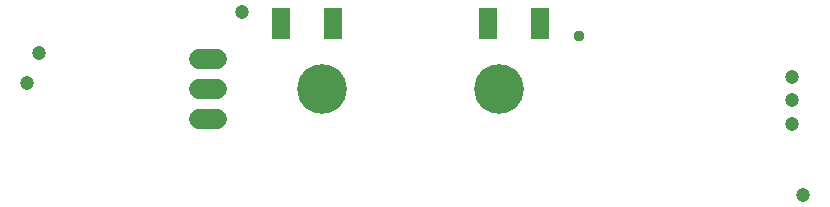
<source format=gbr>
G04 EAGLE Gerber X2 export*
%TF.Part,Single*%
%TF.FileFunction,Soldermask,Bot,1*%
%TF.FilePolarity,Negative*%
%TF.GenerationSoftware,Autodesk,EAGLE,9.1.0*%
%TF.CreationDate,2020-08-17T16:37:06Z*%
G75*
%MOMM*%
%FSLAX34Y34*%
%LPD*%
%AMOC8*
5,1,8,0,0,1.08239X$1,22.5*%
G01*
%ADD10R,1.603200X0.653200*%
%ADD11C,1.727200*%
%ADD12C,1.203200*%
%ADD13C,0.959600*%
%ADD14C,4.203200*%


D10*
X347000Y209750D03*
X347000Y203250D03*
X347000Y196750D03*
X347000Y190250D03*
X303000Y190250D03*
X303000Y196750D03*
X303000Y203250D03*
X303000Y209750D03*
X522000Y209750D03*
X522000Y203250D03*
X522000Y196750D03*
X522000Y190250D03*
X478000Y190250D03*
X478000Y196750D03*
X478000Y203250D03*
X478000Y209750D03*
D11*
X248620Y119600D02*
X233380Y119600D01*
X233380Y145000D02*
X248620Y145000D01*
X248620Y170400D02*
X233380Y170400D01*
D12*
X97500Y175000D03*
D13*
X555000Y190000D03*
D14*
X487500Y145000D03*
D12*
X735000Y115000D03*
X745000Y55000D03*
X735000Y155000D03*
X735000Y135000D03*
X87500Y150000D03*
D14*
X337500Y145000D03*
D12*
X270000Y210000D03*
M02*

</source>
